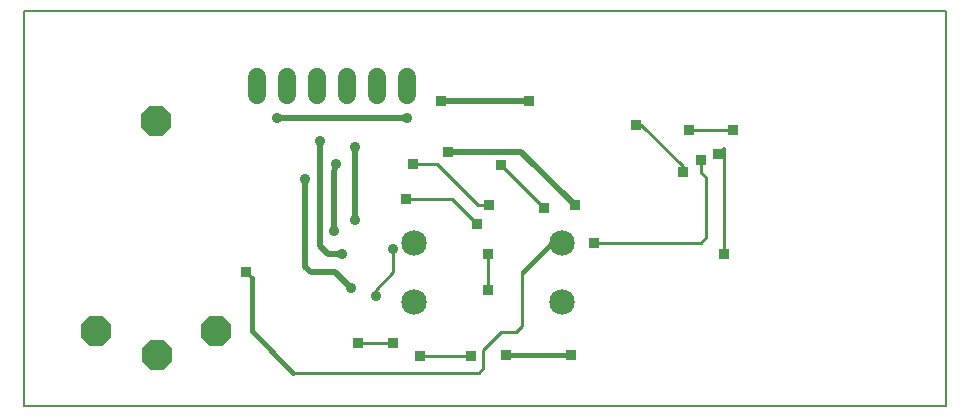
<source format=gbl>
G75*
G70*
%OFA0B0*%
%FSLAX24Y24*%
%IPPOS*%
%LPD*%
%AMOC8*
5,1,8,0,0,1.08239X$1,22.5*
%
%ADD10C,0.0080*%
%ADD11C,0.0600*%
%ADD12OC8,0.1000*%
%ADD13C,0.0850*%
%ADD14C,0.0197*%
%ADD15R,0.0356X0.0356*%
%ADD16C,0.0110*%
%ADD17C,0.0356*%
%ADD18C,0.0150*%
%ADD19C,0.0100*%
D10*
X000150Y000181D02*
X000150Y013337D01*
X030885Y013337D01*
X030885Y000181D01*
X000150Y000181D01*
D11*
X007906Y010531D02*
X007906Y011131D01*
X008906Y011131D02*
X008906Y010531D01*
X009906Y010531D02*
X009906Y011131D01*
X010906Y011131D02*
X010906Y010531D01*
X011906Y010531D02*
X011906Y011131D01*
X012906Y011131D02*
X012906Y010531D01*
D12*
X004547Y009666D03*
X002547Y002666D03*
X004581Y001881D03*
X006547Y002666D03*
D13*
X013150Y003628D03*
X013150Y005596D03*
X018072Y005596D03*
X018072Y003628D03*
D14*
X011188Y006363D02*
X011188Y008800D01*
X010542Y008236D02*
X010486Y007983D01*
X010486Y006015D01*
X010003Y005513D02*
X010289Y005227D01*
X010343Y005227D02*
X010753Y005244D01*
X010003Y005513D02*
X010003Y009006D01*
X008563Y009769D02*
X012906Y009769D01*
X014030Y010345D02*
X016982Y010345D01*
X016719Y008644D02*
X014281Y008644D01*
X016719Y008644D02*
X018500Y006863D01*
X011031Y004113D02*
X010507Y004637D01*
X009699Y004637D01*
X009513Y004823D01*
X009513Y007738D01*
D15*
X012875Y007081D03*
X013094Y008238D03*
X014281Y008644D03*
X016031Y008206D03*
X015656Y006863D03*
X015250Y006238D03*
X015604Y005227D03*
X015604Y004046D03*
X019148Y005621D03*
X017469Y006769D03*
X018500Y006863D03*
X022100Y007983D03*
X022691Y008377D03*
X023281Y008574D03*
X023772Y009361D03*
X022297Y009361D03*
X020526Y009558D03*
X016982Y010345D03*
X014030Y010345D03*
X023478Y005227D03*
X018360Y001881D03*
X016201Y001881D03*
X015050Y001850D03*
X013350Y001850D03*
X012455Y002274D03*
X011274Y002274D03*
X007533Y004637D03*
D16*
X007730Y004440D01*
X010289Y005227D02*
X010343Y005227D01*
X011864Y004046D02*
X012455Y004637D01*
X012455Y005425D01*
X014406Y007081D02*
X015250Y006238D01*
X015281Y006863D02*
X015656Y006863D01*
X015281Y006863D02*
X013906Y008238D01*
X013094Y008238D01*
X012875Y007081D02*
X014406Y007081D01*
X016031Y008206D02*
X017469Y006769D01*
X019148Y005621D02*
X022691Y005621D01*
X022888Y005818D01*
X022888Y007786D01*
X022691Y007983D01*
X022691Y008377D01*
X022297Y009361D02*
X023772Y009361D01*
X015604Y005227D02*
X015604Y004046D01*
X011864Y004046D02*
X011864Y003849D01*
X011274Y002274D02*
X012455Y002274D01*
D17*
X011864Y003849D03*
X011031Y004113D03*
X010753Y005244D03*
X010486Y006015D03*
X011188Y006363D03*
X012455Y005425D03*
X009513Y007738D03*
X010542Y008236D03*
X011188Y008800D03*
X010003Y009006D03*
X008563Y009769D03*
X012906Y009769D03*
D18*
X017745Y005596D02*
X016785Y004637D01*
X017745Y005596D02*
X018072Y005596D01*
X018360Y001881D02*
X016201Y001881D01*
X009108Y001290D02*
X007730Y002668D01*
X007730Y004440D01*
D19*
X013350Y001850D02*
X015050Y001850D01*
X015450Y002050D02*
X016050Y002650D01*
X016550Y002650D01*
X016750Y002850D01*
X016750Y004601D01*
X016785Y004637D01*
X015450Y002050D02*
X015450Y001450D01*
X015290Y001290D01*
X009108Y001290D01*
X023478Y005227D02*
X023478Y008770D01*
X023281Y008574D01*
X022100Y008180D02*
X022100Y007983D01*
X022100Y008180D02*
X020722Y009558D01*
X020526Y009558D01*
M02*

</source>
